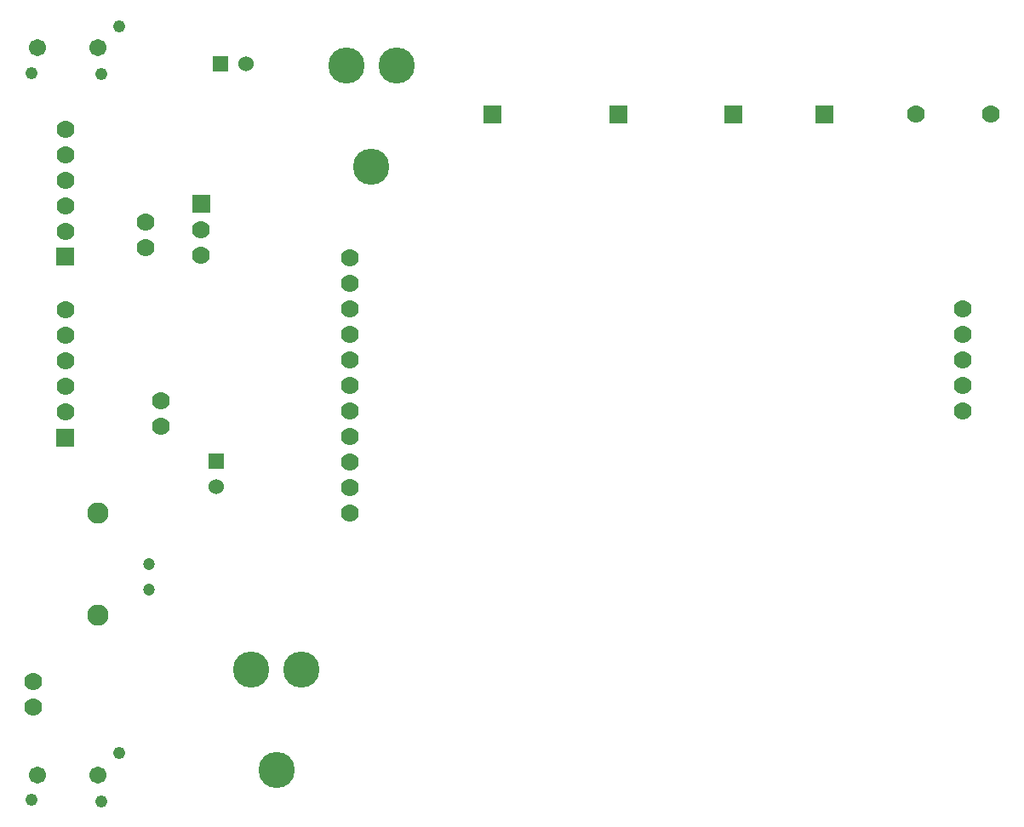
<source format=gbr>
G04 start of page 5 for group 3 idx 3 *
G04 Title: uhx1_board, power *
G04 Creator: pcb 20110918 *
G04 CreationDate: Thu Mar 28 17:04:58 2013 UTC *
G04 For: alpsayin *
G04 Format: Gerber/RS-274X *
G04 PCB-Dimensions: 472441 385827 *
G04 PCB-Coordinate-Origin: lower left *
%MOIN*%
%FSLAX25Y25*%
%LNGROUP3*%
%ADD77C,0.0358*%
%ADD76C,0.0793*%
%ADD75C,0.0450*%
%ADD74C,0.0630*%
%ADD73C,0.0300*%
%ADD72C,0.0634*%
%ADD71C,0.0398*%
%ADD70C,0.0380*%
%ADD69C,0.0472*%
%ADD68C,0.0833*%
%ADD67C,0.1417*%
%ADD66C,0.0600*%
%ADD65C,0.0674*%
%ADD64C,0.0488*%
%ADD63C,0.0001*%
%ADD62C,0.0700*%
G54D62*X29520Y224451D03*
X82656Y245939D03*
G54D63*G36*
X79156Y269439D02*Y262439D01*
X86156D01*
Y269439D01*
X79156D01*
G37*
G54D62*X82656Y255939D03*
X61000Y248827D03*
Y258827D03*
X29520Y275299D03*
Y285299D03*
Y295299D03*
G54D64*X16299Y317372D03*
X43465Y316978D03*
G54D65*X18661Y327215D03*
X42283D03*
G54D64*X50551Y335679D03*
G54D63*G36*
X26020Y248799D02*Y241799D01*
X33020D01*
Y248799D01*
X26020D01*
G37*
G54D62*X29520Y255299D03*
Y265299D03*
G54D66*X100368Y320883D03*
G54D67*X102278Y83664D03*
X112121Y44294D03*
X121964Y83664D03*
G54D62*X141103Y244990D03*
Y234990D03*
Y224990D03*
Y214990D03*
Y204990D03*
Y194990D03*
Y184990D03*
Y174990D03*
Y164990D03*
Y154990D03*
Y144990D03*
G54D63*G36*
X87368Y323883D02*Y317883D01*
X93368D01*
Y323883D01*
X87368D01*
G37*
G54D67*X139511Y320091D03*
X159197D03*
G54D63*G36*
X242500Y304703D02*Y297703D01*
X249500D01*
Y304703D01*
X242500D01*
G37*
G36*
X287764D02*Y297703D01*
X294764D01*
Y304703D01*
X287764D01*
G37*
G36*
X193286D02*Y297703D01*
X200286D01*
Y304703D01*
X193286D01*
G37*
G54D67*X149354Y280721D03*
G54D62*X381103Y224990D03*
G54D63*G36*
X323188Y304703D02*Y297703D01*
X330188D01*
Y304703D01*
X323188D01*
G37*
G54D62*X381103Y214990D03*
Y204990D03*
Y194990D03*
Y184990D03*
D03*
G54D64*X16299Y32465D03*
X43465Y32071D03*
G54D65*X18661Y42308D03*
X42283D03*
G54D62*X17000Y78827D03*
Y68827D03*
G54D64*X50551Y50772D03*
G54D68*X42335Y104759D03*
Y144759D03*
G54D69*X62335Y114759D03*
Y124759D03*
G54D63*G36*
X85560Y168411D02*Y162411D01*
X91560D01*
Y168411D01*
X85560D01*
G37*
G54D66*X88560Y155411D03*
G54D63*G36*
X26020Y177951D02*Y170951D01*
X33020D01*
Y177951D01*
X26020D01*
G37*
G54D62*X29520Y184451D03*
Y194451D03*
Y204451D03*
Y214451D03*
X67000Y178827D03*
Y188827D03*
X362500Y301327D03*
X392000D03*
G54D70*G54D71*G54D72*G54D71*G54D70*G54D73*G54D74*G54D75*G54D73*G54D74*G54D70*G54D74*G54D75*G54D70*G54D75*G54D71*G54D72*G54D70*G54D71*G54D76*G54D77*G54D73*G54D70*M02*

</source>
